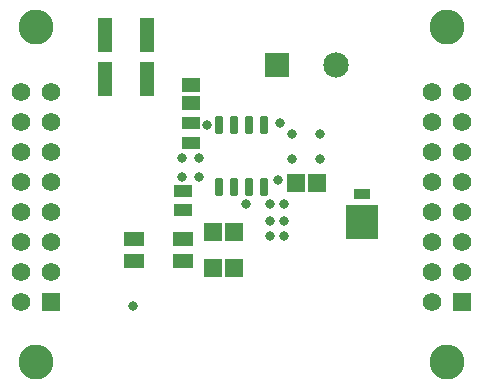
<source format=gts>
G04*
G04 #@! TF.GenerationSoftware,Altium Limited,Altium Designer,22.3.1 (43)*
G04*
G04 Layer_Color=8388736*
%FSLAX25Y25*%
%MOIN*%
G70*
G04*
G04 #@! TF.SameCoordinates,F80411C8-1A31-43C8-AF9B-28CD4ED9FA2C*
G04*
G04*
G04 #@! TF.FilePolarity,Negative*
G04*
G01*
G75*
%ADD21R,0.05924X0.06127*%
%ADD22R,0.04540X0.11434*%
%ADD23R,0.06213X0.06127*%
G04:AMPARAMS|DCode=24|XSize=29.65mil|YSize=57.21mil|CornerRadius=5.95mil|HoleSize=0mil|Usage=FLASHONLY|Rotation=0.000|XOffset=0mil|YOffset=0mil|HoleType=Round|Shape=RoundedRectangle|*
%AMROUNDEDRECTD24*
21,1,0.02965,0.04532,0,0,0.0*
21,1,0.01776,0.05721,0,0,0.0*
1,1,0.01190,0.00888,-0.02266*
1,1,0.01190,-0.00888,-0.02266*
1,1,0.01190,-0.00888,0.02266*
1,1,0.01190,0.00888,0.02266*
%
%ADD24ROUNDEDRECTD24*%
%ADD25R,0.06115X0.04147*%
%ADD26R,0.06509X0.04737*%
%ADD27R,0.10800X0.11312*%
%ADD28R,0.05800X0.03800*%
%ADD29R,0.06115X0.04540*%
%ADD30R,0.05918X0.04147*%
%ADD31R,0.06194X0.06194*%
%ADD32C,0.06194*%
%ADD33C,0.08477*%
%ADD34R,0.08477X0.08477*%
%ADD35C,0.11627*%
%ADD36C,0.03162*%
D21*
X105909Y65354D02*
D03*
X98816D02*
D03*
X71257Y48819D02*
D03*
X78350D02*
D03*
D22*
X49114Y114567D02*
D03*
X35138D02*
D03*
X49114Y100000D02*
D03*
X35138D02*
D03*
D23*
X78205Y37008D02*
D03*
X71401D02*
D03*
D24*
X88209Y84744D02*
D03*
X83209D02*
D03*
X78209D02*
D03*
X73209D02*
D03*
X88209Y64075D02*
D03*
X83209D02*
D03*
X78209D02*
D03*
X73209D02*
D03*
D25*
X61417Y62697D02*
D03*
Y56201D02*
D03*
D26*
X44882Y46654D02*
D03*
Y39173D02*
D03*
X61417D02*
D03*
Y46654D02*
D03*
D27*
X120866Y52362D02*
D03*
D28*
Y61618D02*
D03*
D29*
X63779Y91831D02*
D03*
Y97933D02*
D03*
D30*
Y78543D02*
D03*
Y85236D02*
D03*
D31*
X154213Y25630D02*
D03*
X17205D02*
D03*
D32*
X144213D02*
D03*
X154213Y35630D02*
D03*
X144213D02*
D03*
X154213Y45630D02*
D03*
X144213D02*
D03*
X154213Y55630D02*
D03*
X144213D02*
D03*
X154213Y65630D02*
D03*
X144213D02*
D03*
X154213Y75630D02*
D03*
X144213D02*
D03*
X154213Y85630D02*
D03*
X144213D02*
D03*
X154213Y95630D02*
D03*
X144213D02*
D03*
X7205Y25630D02*
D03*
X17205Y35630D02*
D03*
X7205D02*
D03*
X17205Y45630D02*
D03*
X7205D02*
D03*
X17205Y55630D02*
D03*
X7205D02*
D03*
X17205Y65630D02*
D03*
X7205D02*
D03*
X17205Y75630D02*
D03*
X7205D02*
D03*
X17205Y85630D02*
D03*
X7205D02*
D03*
X17205Y95630D02*
D03*
X7205D02*
D03*
D33*
X112205Y104724D02*
D03*
D34*
X92520D02*
D03*
D35*
X149213Y117323D02*
D03*
Y5512D02*
D03*
X12205D02*
D03*
Y117323D02*
D03*
D36*
X107087Y73228D02*
D03*
Y81496D02*
D03*
X44488Y24409D02*
D03*
X94882Y47638D02*
D03*
X90158D02*
D03*
X94882Y52756D02*
D03*
X90158D02*
D03*
X94882Y58268D02*
D03*
X90158D02*
D03*
X61024Y67323D02*
D03*
Y73622D02*
D03*
X82284Y58268D02*
D03*
X97638Y73228D02*
D03*
Y81496D02*
D03*
X66535Y67323D02*
D03*
Y73622D02*
D03*
X92913Y66142D02*
D03*
X93701Y85433D02*
D03*
X69291Y84646D02*
D03*
M02*

</source>
